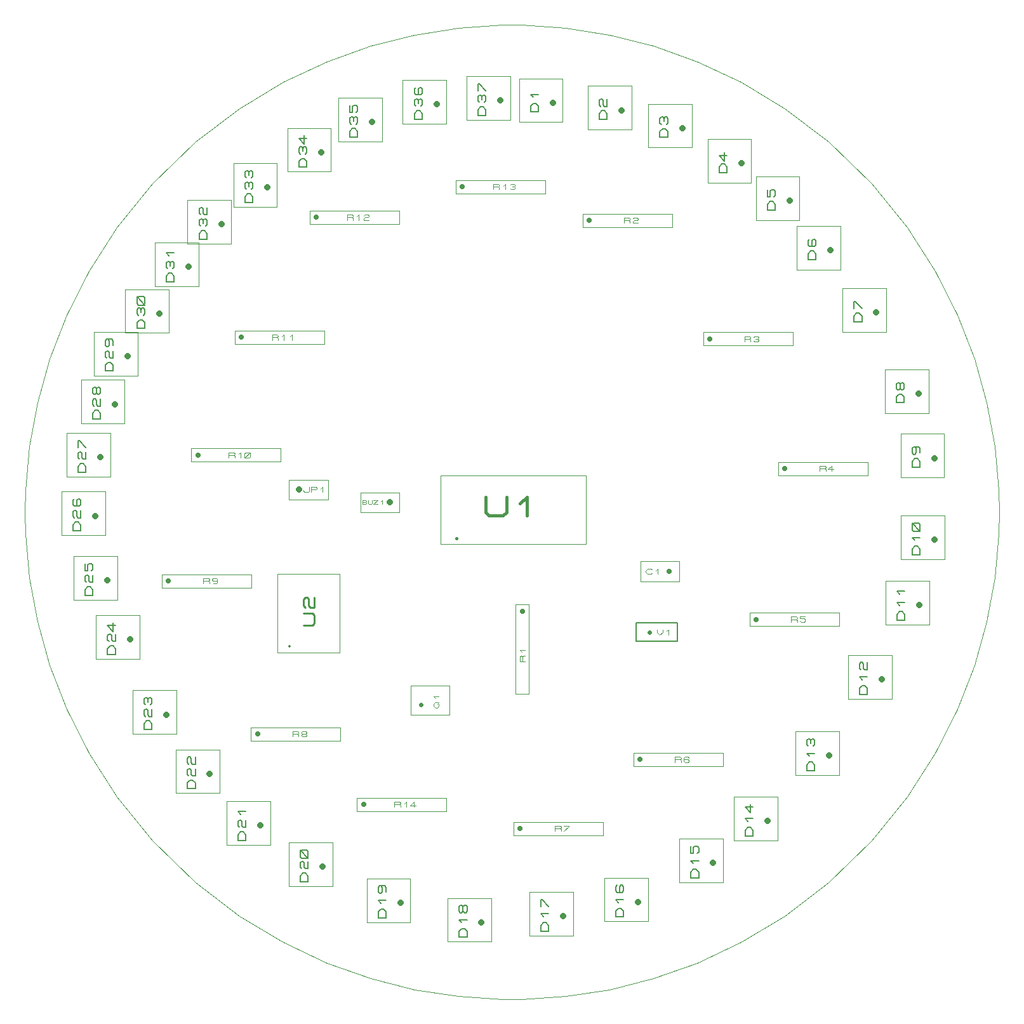
<source format=gbr>
G04 PROTEUS GERBER X2 FILE*
%TF.GenerationSoftware,Labcenter,Proteus,8.17-SP2-Build37159*%
%TF.CreationDate,2024-06-19T13:44:36+00:00*%
%TF.FileFunction,AssemblyDrawing,Top*%
%TF.FilePolarity,Positive*%
%TF.Part,Single*%
%TF.SameCoordinates,{1d89ed81-d2fc-43df-ac84-501309ecc539}*%
%FSLAX45Y45*%
%MOMM*%
G01*
%TA.AperFunction,Profile*%
%ADD71C,0.101600*%
%TA.AperFunction,Material*%
%ADD22C,0.101600*%
%ADD33C,0.423870*%
%ADD34C,0.409460*%
%ADD35C,0.050000*%
%ADD36C,0.339400*%
%ADD37C,0.237340*%
%ADD38C,0.812800*%
%ADD39C,0.083820*%
%ADD40C,0.111760*%
%ADD41C,0.171190*%
%ADD21C,0.152400*%
%ADD42C,0.558800*%
%ADD43C,0.114270*%
%ADD44C,0.609600*%
%ADD45C,0.114800*%
%ADD46C,0.711200*%
%ADD47C,0.113450*%
%ADD48C,0.117340*%
%TD.AperFunction*%
D71*
X+6517204Y-40000D02*
X+6510628Y+252247D01*
X+6457778Y+836742D01*
X+6350754Y+1421237D01*
X+6186737Y+2005732D01*
X+5961007Y+2590227D01*
X+5666169Y+3174722D01*
X+5290637Y+3759217D01*
X+4815490Y+4343712D01*
X+4240227Y+4899974D01*
X+3655732Y+5344711D01*
X+3071237Y+5696167D01*
X+2486742Y+5970727D01*
X+1902247Y+6178586D01*
X+1317752Y+6326278D01*
X+733257Y+6417935D01*
X+148762Y+6455928D01*
X+20000Y+6457204D01*
X-6477204Y-40000D02*
X-6470628Y+252247D01*
X-6417778Y+836742D01*
X-6310754Y+1421237D01*
X-6146737Y+2005732D01*
X-5921007Y+2590227D01*
X-5626169Y+3174722D01*
X-5250637Y+3759217D01*
X-4775490Y+4343712D01*
X-4200227Y+4899974D01*
X-3615732Y+5344711D01*
X-3031237Y+5696167D01*
X-2446742Y+5970727D01*
X-1862247Y+6178586D01*
X-1277752Y+6326278D01*
X-693257Y+6417935D01*
X-108762Y+6455928D01*
X+20000Y+6457204D01*
X-6477204Y-40000D02*
X-6470628Y-332247D01*
X-6417778Y-916742D01*
X-6310754Y-1501237D01*
X-6146737Y-2085732D01*
X-5921007Y-2670227D01*
X-5626169Y-3254722D01*
X-5250637Y-3839217D01*
X-4775490Y-4423712D01*
X-4200227Y-4979974D01*
X-3615732Y-5424711D01*
X-3031237Y-5776167D01*
X-2446742Y-6050727D01*
X-1862247Y-6258586D01*
X-1277752Y-6406278D01*
X-693257Y-6497935D01*
X-108762Y-6535928D01*
X+20000Y-6537204D01*
X+6517204Y-40000D02*
X+6510628Y-332247D01*
X+6457778Y-916742D01*
X+6350754Y-1501237D01*
X+6186737Y-2085732D01*
X+5961007Y-2670227D01*
X+5666169Y-3254722D01*
X+5290637Y-3839217D01*
X+4815490Y-4423712D01*
X+4240227Y-4979974D01*
X+3655732Y-5424711D01*
X+3071237Y-5776167D01*
X+2486742Y-6050727D01*
X+1902247Y-6258586D01*
X+1317752Y-6406278D01*
X+733257Y-6497935D01*
X+148762Y-6535928D01*
X+20000Y-6537204D01*
D22*
X-934820Y-466930D02*
X+1010820Y-466930D01*
X+1010820Y+444930D01*
X-934820Y+444930D01*
X-934820Y-466930D01*
D33*
X-724000Y-392000D02*
X-724000Y-392000D01*
D34*
X-330515Y+159900D02*
X-330515Y-44831D01*
X-284451Y-85777D01*
X-100194Y-85777D01*
X-54129Y-44831D01*
X-54129Y+159900D01*
X+130128Y+78008D02*
X+222257Y+159900D01*
X+222257Y-85777D01*
D35*
X-3105000Y-1915000D02*
X-3105000Y-865000D01*
X-2275000Y-865000D01*
X-2275000Y-1915000D01*
X-3105000Y-1915000D01*
D36*
X-2944000Y-1830000D02*
X-2944000Y-1830000D01*
D37*
X-2761203Y-1551374D02*
X-2642531Y-1551374D01*
X-2618796Y-1524673D01*
X-2618796Y-1417869D01*
X-2642531Y-1391168D01*
X-2761203Y-1391168D01*
X-2737468Y-1311064D02*
X-2761203Y-1284363D01*
X-2761203Y-1204260D01*
X-2737468Y-1177559D01*
X-2713734Y-1177559D01*
X-2690000Y-1204260D01*
X-2690000Y-1284363D01*
X-2666265Y-1311064D01*
X-2618796Y-1311064D01*
X-2618796Y-1177559D01*
D22*
X-1998080Y-42080D02*
X-1479920Y-42080D01*
X-1479920Y+222080D01*
X-1998080Y+222080D01*
X-1998080Y-42080D01*
D38*
X-1612000Y+90000D02*
X-1612000Y+90000D01*
D39*
X-1976236Y+64854D02*
X-1976236Y+115146D01*
X-1929088Y+115146D01*
X-1919658Y+106764D01*
X-1919658Y+98382D01*
X-1929088Y+90000D01*
X-1919658Y+81618D01*
X-1919658Y+73236D01*
X-1929088Y+64854D01*
X-1976236Y+64854D01*
X-1976236Y+90000D02*
X-1929088Y+90000D01*
X-1900798Y+115146D02*
X-1900798Y+73236D01*
X-1891369Y+64854D01*
X-1853650Y+64854D01*
X-1844220Y+73236D01*
X-1844220Y+115146D01*
X-1825360Y+115146D02*
X-1768782Y+115146D01*
X-1825360Y+64854D01*
X-1768782Y+64854D01*
X-1731063Y+98382D02*
X-1712203Y+115146D01*
X-1712203Y+64854D01*
D22*
X-2952080Y+127920D02*
X-2433920Y+127920D01*
X-2433920Y+392080D01*
X-2952080Y+392080D01*
X-2952080Y+127920D01*
D38*
X-2820000Y+260000D02*
X-2820000Y+260000D01*
D40*
X-2757516Y+248824D02*
X-2757516Y+237648D01*
X-2744943Y+226472D01*
X-2694651Y+226472D01*
X-2682078Y+237648D01*
X-2682078Y+293528D01*
X-2656932Y+226472D02*
X-2656932Y+293528D01*
X-2594067Y+293528D01*
X-2581494Y+282352D01*
X-2581494Y+271176D01*
X-2594067Y+260000D01*
X-2656932Y+260000D01*
X-2531202Y+271176D02*
X-2506056Y+293528D01*
X-2506056Y+226472D01*
D22*
X+114420Y+5160920D02*
X+696080Y+5160920D01*
X+696080Y+5742580D01*
X+114420Y+5742580D01*
X+114420Y+5160920D01*
D38*
X+564000Y+5420000D02*
X+564000Y+5420000D01*
D41*
X+370249Y+5297674D02*
X+267532Y+5297674D01*
X+267532Y+5374712D01*
X+301771Y+5413231D01*
X+336010Y+5413231D01*
X+370249Y+5374712D01*
X+370249Y+5297674D01*
X+301771Y+5490269D02*
X+267532Y+5528788D01*
X+370249Y+5528788D01*
D22*
X+1034420Y+5060920D02*
X+1616080Y+5060920D01*
X+1616080Y+5642580D01*
X+1034420Y+5642580D01*
X+1034420Y+5060920D01*
D38*
X+1484000Y+5320000D02*
X+1484000Y+5320000D01*
D41*
X+1290249Y+5197674D02*
X+1187532Y+5197674D01*
X+1187532Y+5274712D01*
X+1221771Y+5313231D01*
X+1256010Y+5313231D01*
X+1290249Y+5274712D01*
X+1290249Y+5197674D01*
X+1204651Y+5371009D02*
X+1187532Y+5390269D01*
X+1187532Y+5448047D01*
X+1204651Y+5467307D01*
X+1221771Y+5467307D01*
X+1238890Y+5448047D01*
X+1238890Y+5390269D01*
X+1256010Y+5371009D01*
X+1290249Y+5371009D01*
X+1290249Y+5467307D01*
D22*
X+1840420Y+4820920D02*
X+2422080Y+4820920D01*
X+2422080Y+5402580D01*
X+1840420Y+5402580D01*
X+1840420Y+4820920D01*
D38*
X+2290000Y+5080000D02*
X+2290000Y+5080000D01*
D41*
X+2096249Y+4957674D02*
X+1993532Y+4957674D01*
X+1993532Y+5034712D01*
X+2027771Y+5073231D01*
X+2062010Y+5073231D01*
X+2096249Y+5034712D01*
X+2096249Y+4957674D01*
X+2010651Y+5131009D02*
X+1993532Y+5150269D01*
X+1993532Y+5208047D01*
X+2010651Y+5227307D01*
X+2027771Y+5227307D01*
X+2044890Y+5208047D01*
X+2062010Y+5227307D01*
X+2079130Y+5227307D01*
X+2096249Y+5208047D01*
X+2096249Y+5150269D01*
X+2079130Y+5131009D01*
X+2044890Y+5169528D02*
X+2044890Y+5208047D01*
D22*
X+2630420Y+4350920D02*
X+3212080Y+4350920D01*
X+3212080Y+4932580D01*
X+2630420Y+4932580D01*
X+2630420Y+4350920D01*
D38*
X+3080000Y+4610000D02*
X+3080000Y+4610000D01*
D41*
X+2886249Y+4487674D02*
X+2783532Y+4487674D01*
X+2783532Y+4564712D01*
X+2817771Y+4603231D01*
X+2852010Y+4603231D01*
X+2886249Y+4564712D01*
X+2886249Y+4487674D01*
X+2852010Y+4757307D02*
X+2852010Y+4641750D01*
X+2783532Y+4718788D01*
X+2886249Y+4718788D01*
D22*
X+3274420Y+3850920D02*
X+3856080Y+3850920D01*
X+3856080Y+4432580D01*
X+3274420Y+4432580D01*
X+3274420Y+3850920D01*
D38*
X+3724000Y+4110000D02*
X+3724000Y+4110000D01*
D41*
X+3530249Y+3987674D02*
X+3427532Y+3987674D01*
X+3427532Y+4064712D01*
X+3461771Y+4103231D01*
X+3496010Y+4103231D01*
X+3530249Y+4064712D01*
X+3530249Y+3987674D01*
X+3427532Y+4257307D02*
X+3427532Y+4161009D01*
X+3461771Y+4161009D01*
X+3461771Y+4238047D01*
X+3478890Y+4257307D01*
X+3513130Y+4257307D01*
X+3530249Y+4238047D01*
X+3530249Y+4180269D01*
X+3513130Y+4161009D01*
D22*
X+3820420Y+3190920D02*
X+4402080Y+3190920D01*
X+4402080Y+3772580D01*
X+3820420Y+3772580D01*
X+3820420Y+3190920D01*
D38*
X+4270000Y+3450000D02*
X+4270000Y+3450000D01*
D41*
X+4076249Y+3327674D02*
X+3973532Y+3327674D01*
X+3973532Y+3404712D01*
X+4007771Y+3443231D01*
X+4042010Y+3443231D01*
X+4076249Y+3404712D01*
X+4076249Y+3327674D01*
X+3990651Y+3597307D02*
X+3973532Y+3578047D01*
X+3973532Y+3520269D01*
X+3990651Y+3501009D01*
X+4059130Y+3501009D01*
X+4076249Y+3520269D01*
X+4076249Y+3578047D01*
X+4059130Y+3597307D01*
X+4042010Y+3597307D01*
X+4024890Y+3578047D01*
X+4024890Y+3501009D01*
D22*
X+4430420Y+2360920D02*
X+5012080Y+2360920D01*
X+5012080Y+2942580D01*
X+4430420Y+2942580D01*
X+4430420Y+2360920D01*
D38*
X+4880000Y+2620000D02*
X+4880000Y+2620000D01*
D41*
X+4686249Y+2497674D02*
X+4583532Y+2497674D01*
X+4583532Y+2574712D01*
X+4617771Y+2613231D01*
X+4652010Y+2613231D01*
X+4686249Y+2574712D01*
X+4686249Y+2497674D01*
X+4583532Y+2671009D02*
X+4583532Y+2767307D01*
X+4600651Y+2767307D01*
X+4686249Y+2671009D01*
D22*
X+4994420Y+1280920D02*
X+5576080Y+1280920D01*
X+5576080Y+1862580D01*
X+4994420Y+1862580D01*
X+4994420Y+1280920D01*
D38*
X+5444000Y+1540000D02*
X+5444000Y+1540000D01*
D41*
X+5250249Y+1417674D02*
X+5147532Y+1417674D01*
X+5147532Y+1494712D01*
X+5181771Y+1533231D01*
X+5216010Y+1533231D01*
X+5250249Y+1494712D01*
X+5250249Y+1417674D01*
X+5198890Y+1610269D02*
X+5181771Y+1591009D01*
X+5164651Y+1591009D01*
X+5147532Y+1610269D01*
X+5147532Y+1668047D01*
X+5164651Y+1687307D01*
X+5181771Y+1687307D01*
X+5198890Y+1668047D01*
X+5198890Y+1610269D01*
X+5216010Y+1591009D01*
X+5233130Y+1591009D01*
X+5250249Y+1610269D01*
X+5250249Y+1668047D01*
X+5233130Y+1687307D01*
X+5216010Y+1687307D01*
X+5198890Y+1668047D01*
D22*
X+5204420Y+420920D02*
X+5786080Y+420920D01*
X+5786080Y+1002580D01*
X+5204420Y+1002580D01*
X+5204420Y+420920D01*
D38*
X+5654000Y+680000D02*
X+5654000Y+680000D01*
D41*
X+5460249Y+557674D02*
X+5357532Y+557674D01*
X+5357532Y+634712D01*
X+5391771Y+673231D01*
X+5426010Y+673231D01*
X+5460249Y+634712D01*
X+5460249Y+557674D01*
X+5391771Y+827307D02*
X+5408890Y+808047D01*
X+5408890Y+750269D01*
X+5391771Y+731009D01*
X+5374651Y+731009D01*
X+5357532Y+750269D01*
X+5357532Y+808047D01*
X+5374651Y+827307D01*
X+5443130Y+827307D01*
X+5460249Y+808047D01*
X+5460249Y+750269D01*
D22*
X+5208420Y-669080D02*
X+5790080Y-669080D01*
X+5790080Y-87420D01*
X+5208420Y-87420D01*
X+5208420Y-669080D01*
D38*
X+5658000Y-410000D02*
X+5658000Y-410000D01*
D41*
X+5464249Y-609364D02*
X+5361532Y-609364D01*
X+5361532Y-532326D01*
X+5395771Y-493807D01*
X+5430010Y-493807D01*
X+5464249Y-532326D01*
X+5464249Y-609364D01*
X+5395771Y-416769D02*
X+5361532Y-378250D01*
X+5464249Y-378250D01*
X+5447130Y-301212D02*
X+5378651Y-301212D01*
X+5361532Y-281953D01*
X+5361532Y-204915D01*
X+5378651Y-185655D01*
X+5447130Y-185655D01*
X+5464249Y-204915D01*
X+5464249Y-281953D01*
X+5447130Y-301212D01*
X+5464249Y-301212D02*
X+5361532Y-185655D01*
D22*
X+5004420Y-1539080D02*
X+5586080Y-1539080D01*
X+5586080Y-957420D01*
X+5004420Y-957420D01*
X+5004420Y-1539080D01*
D38*
X+5454000Y-1280000D02*
X+5454000Y-1280000D01*
D41*
X+5260249Y-1479364D02*
X+5157532Y-1479364D01*
X+5157532Y-1402326D01*
X+5191771Y-1363807D01*
X+5226010Y-1363807D01*
X+5260249Y-1402326D01*
X+5260249Y-1479364D01*
X+5191771Y-1286769D02*
X+5157532Y-1248250D01*
X+5260249Y-1248250D01*
X+5191771Y-1132693D02*
X+5157532Y-1094174D01*
X+5260249Y-1094174D01*
D22*
X+4504420Y-2529080D02*
X+5086080Y-2529080D01*
X+5086080Y-1947420D01*
X+4504420Y-1947420D01*
X+4504420Y-2529080D01*
D38*
X+4954000Y-2270000D02*
X+4954000Y-2270000D01*
D41*
X+4760249Y-2469364D02*
X+4657532Y-2469364D01*
X+4657532Y-2392326D01*
X+4691771Y-2353807D01*
X+4726010Y-2353807D01*
X+4760249Y-2392326D01*
X+4760249Y-2469364D01*
X+4691771Y-2276769D02*
X+4657532Y-2238250D01*
X+4760249Y-2238250D01*
X+4674651Y-2141953D02*
X+4657532Y-2122693D01*
X+4657532Y-2064915D01*
X+4674651Y-2045655D01*
X+4691771Y-2045655D01*
X+4708890Y-2064915D01*
X+4708890Y-2122693D01*
X+4726010Y-2141953D01*
X+4760249Y-2141953D01*
X+4760249Y-2045655D01*
D22*
X+3800420Y-3549080D02*
X+4382080Y-3549080D01*
X+4382080Y-2967420D01*
X+3800420Y-2967420D01*
X+3800420Y-3549080D01*
D38*
X+4250000Y-3290000D02*
X+4250000Y-3290000D01*
D41*
X+4056249Y-3489364D02*
X+3953532Y-3489364D01*
X+3953532Y-3412326D01*
X+3987771Y-3373807D01*
X+4022010Y-3373807D01*
X+4056249Y-3412326D01*
X+4056249Y-3489364D01*
X+3987771Y-3296769D02*
X+3953532Y-3258250D01*
X+4056249Y-3258250D01*
X+3970651Y-3161953D02*
X+3953532Y-3142693D01*
X+3953532Y-3084915D01*
X+3970651Y-3065655D01*
X+3987771Y-3065655D01*
X+4004890Y-3084915D01*
X+4022010Y-3065655D01*
X+4039130Y-3065655D01*
X+4056249Y-3084915D01*
X+4056249Y-3142693D01*
X+4039130Y-3161953D01*
X+4004890Y-3123434D02*
X+4004890Y-3084915D01*
D22*
X+2980420Y-4419080D02*
X+3562080Y-4419080D01*
X+3562080Y-3837420D01*
X+2980420Y-3837420D01*
X+2980420Y-4419080D01*
D38*
X+3430000Y-4160000D02*
X+3430000Y-4160000D01*
D41*
X+3236249Y-4359364D02*
X+3133532Y-4359364D01*
X+3133532Y-4282326D01*
X+3167771Y-4243807D01*
X+3202010Y-4243807D01*
X+3236249Y-4282326D01*
X+3236249Y-4359364D01*
X+3167771Y-4166769D02*
X+3133532Y-4128250D01*
X+3236249Y-4128250D01*
X+3202010Y-3935655D02*
X+3202010Y-4051212D01*
X+3133532Y-3974174D01*
X+3236249Y-3974174D01*
D22*
X+2254420Y-4979080D02*
X+2836080Y-4979080D01*
X+2836080Y-4397420D01*
X+2254420Y-4397420D01*
X+2254420Y-4979080D01*
D38*
X+2704000Y-4720000D02*
X+2704000Y-4720000D01*
D41*
X+2510249Y-4919364D02*
X+2407532Y-4919364D01*
X+2407532Y-4842326D01*
X+2441771Y-4803807D01*
X+2476010Y-4803807D01*
X+2510249Y-4842326D01*
X+2510249Y-4919364D01*
X+2441771Y-4726769D02*
X+2407532Y-4688250D01*
X+2510249Y-4688250D01*
X+2407532Y-4495655D02*
X+2407532Y-4591953D01*
X+2441771Y-4591953D01*
X+2441771Y-4514915D01*
X+2458890Y-4495655D01*
X+2493130Y-4495655D01*
X+2510249Y-4514915D01*
X+2510249Y-4572693D01*
X+2493130Y-4591953D01*
D22*
X+1254420Y-5499080D02*
X+1836080Y-5499080D01*
X+1836080Y-4917420D01*
X+1254420Y-4917420D01*
X+1254420Y-5499080D01*
D38*
X+1704000Y-5240000D02*
X+1704000Y-5240000D01*
D41*
X+1510249Y-5439364D02*
X+1407532Y-5439364D01*
X+1407532Y-5362326D01*
X+1441771Y-5323807D01*
X+1476010Y-5323807D01*
X+1510249Y-5362326D01*
X+1510249Y-5439364D01*
X+1441771Y-5246769D02*
X+1407532Y-5208250D01*
X+1510249Y-5208250D01*
X+1424651Y-5015655D02*
X+1407532Y-5034915D01*
X+1407532Y-5092693D01*
X+1424651Y-5111953D01*
X+1493130Y-5111953D01*
X+1510249Y-5092693D01*
X+1510249Y-5034915D01*
X+1493130Y-5015655D01*
X+1476010Y-5015655D01*
X+1458890Y-5034915D01*
X+1458890Y-5111953D01*
D22*
X+254420Y-5689080D02*
X+836080Y-5689080D01*
X+836080Y-5107420D01*
X+254420Y-5107420D01*
X+254420Y-5689080D01*
D38*
X+704000Y-5430000D02*
X+704000Y-5430000D01*
D41*
X+510249Y-5629364D02*
X+407532Y-5629364D01*
X+407532Y-5552326D01*
X+441771Y-5513807D01*
X+476010Y-5513807D01*
X+510249Y-5552326D01*
X+510249Y-5629364D01*
X+441771Y-5436769D02*
X+407532Y-5398250D01*
X+510249Y-5398250D01*
X+407532Y-5301953D02*
X+407532Y-5205655D01*
X+424651Y-5205655D01*
X+510249Y-5301953D01*
D22*
X-835580Y-5769080D02*
X-253920Y-5769080D01*
X-253920Y-5187420D01*
X-835580Y-5187420D01*
X-835580Y-5769080D01*
D38*
X-386000Y-5510000D02*
X-386000Y-5510000D01*
D41*
X-579751Y-5709364D02*
X-682468Y-5709364D01*
X-682468Y-5632326D01*
X-648229Y-5593807D01*
X-613990Y-5593807D01*
X-579751Y-5632326D01*
X-579751Y-5709364D01*
X-648229Y-5516769D02*
X-682468Y-5478250D01*
X-579751Y-5478250D01*
X-631110Y-5362693D02*
X-648229Y-5381953D01*
X-665349Y-5381953D01*
X-682468Y-5362693D01*
X-682468Y-5304915D01*
X-665349Y-5285655D01*
X-648229Y-5285655D01*
X-631110Y-5304915D01*
X-631110Y-5362693D01*
X-613990Y-5381953D01*
X-596870Y-5381953D01*
X-579751Y-5362693D01*
X-579751Y-5304915D01*
X-596870Y-5285655D01*
X-613990Y-5285655D01*
X-631110Y-5304915D01*
D22*
X-1915580Y-5509080D02*
X-1333920Y-5509080D01*
X-1333920Y-4927420D01*
X-1915580Y-4927420D01*
X-1915580Y-5509080D01*
D38*
X-1466000Y-5250000D02*
X-1466000Y-5250000D01*
D41*
X-1659751Y-5449364D02*
X-1762468Y-5449364D01*
X-1762468Y-5372326D01*
X-1728229Y-5333807D01*
X-1693990Y-5333807D01*
X-1659751Y-5372326D01*
X-1659751Y-5449364D01*
X-1728229Y-5256769D02*
X-1762468Y-5218250D01*
X-1659751Y-5218250D01*
X-1728229Y-5025655D02*
X-1711110Y-5044915D01*
X-1711110Y-5102693D01*
X-1728229Y-5121953D01*
X-1745349Y-5121953D01*
X-1762468Y-5102693D01*
X-1762468Y-5044915D01*
X-1745349Y-5025655D01*
X-1676870Y-5025655D01*
X-1659751Y-5044915D01*
X-1659751Y-5102693D01*
D22*
X-2955580Y-5029080D02*
X-2373920Y-5029080D01*
X-2373920Y-4447420D01*
X-2955580Y-4447420D01*
X-2955580Y-5029080D01*
D38*
X-2506000Y-4770000D02*
X-2506000Y-4770000D01*
D41*
X-2699751Y-4969364D02*
X-2802468Y-4969364D01*
X-2802468Y-4892326D01*
X-2768229Y-4853807D01*
X-2733990Y-4853807D01*
X-2699751Y-4892326D01*
X-2699751Y-4969364D01*
X-2785349Y-4796029D02*
X-2802468Y-4776769D01*
X-2802468Y-4718991D01*
X-2785349Y-4699731D01*
X-2768229Y-4699731D01*
X-2751110Y-4718991D01*
X-2751110Y-4776769D01*
X-2733990Y-4796029D01*
X-2699751Y-4796029D01*
X-2699751Y-4699731D01*
X-2716870Y-4661212D02*
X-2785349Y-4661212D01*
X-2802468Y-4641953D01*
X-2802468Y-4564915D01*
X-2785349Y-4545655D01*
X-2716870Y-4545655D01*
X-2699751Y-4564915D01*
X-2699751Y-4641953D01*
X-2716870Y-4661212D01*
X-2699751Y-4661212D02*
X-2802468Y-4545655D01*
D22*
X-3785580Y-4479080D02*
X-3203920Y-4479080D01*
X-3203920Y-3897420D01*
X-3785580Y-3897420D01*
X-3785580Y-4479080D01*
D38*
X-3336000Y-4220000D02*
X-3336000Y-4220000D01*
D41*
X-3529751Y-4419364D02*
X-3632468Y-4419364D01*
X-3632468Y-4342326D01*
X-3598229Y-4303807D01*
X-3563990Y-4303807D01*
X-3529751Y-4342326D01*
X-3529751Y-4419364D01*
X-3615349Y-4246029D02*
X-3632468Y-4226769D01*
X-3632468Y-4168991D01*
X-3615349Y-4149731D01*
X-3598229Y-4149731D01*
X-3581110Y-4168991D01*
X-3581110Y-4226769D01*
X-3563990Y-4246029D01*
X-3529751Y-4246029D01*
X-3529751Y-4149731D01*
X-3598229Y-4072693D02*
X-3632468Y-4034174D01*
X-3529751Y-4034174D01*
D22*
X-4459580Y-3789080D02*
X-3877920Y-3789080D01*
X-3877920Y-3207420D01*
X-4459580Y-3207420D01*
X-4459580Y-3789080D01*
D38*
X-4010000Y-3530000D02*
X-4010000Y-3530000D01*
D41*
X-4203751Y-3729364D02*
X-4306468Y-3729364D01*
X-4306468Y-3652326D01*
X-4272229Y-3613807D01*
X-4237990Y-3613807D01*
X-4203751Y-3652326D01*
X-4203751Y-3729364D01*
X-4289349Y-3556029D02*
X-4306468Y-3536769D01*
X-4306468Y-3478991D01*
X-4289349Y-3459731D01*
X-4272229Y-3459731D01*
X-4255110Y-3478991D01*
X-4255110Y-3536769D01*
X-4237990Y-3556029D01*
X-4203751Y-3556029D01*
X-4203751Y-3459731D01*
X-4289349Y-3401953D02*
X-4306468Y-3382693D01*
X-4306468Y-3324915D01*
X-4289349Y-3305655D01*
X-4272229Y-3305655D01*
X-4255110Y-3324915D01*
X-4255110Y-3382693D01*
X-4237990Y-3401953D01*
X-4203751Y-3401953D01*
X-4203751Y-3305655D01*
D22*
X-5035580Y-2999080D02*
X-4453920Y-2999080D01*
X-4453920Y-2417420D01*
X-5035580Y-2417420D01*
X-5035580Y-2999080D01*
D38*
X-4586000Y-2740000D02*
X-4586000Y-2740000D01*
D41*
X-4779751Y-2939364D02*
X-4882468Y-2939364D01*
X-4882468Y-2862326D01*
X-4848229Y-2823807D01*
X-4813990Y-2823807D01*
X-4779751Y-2862326D01*
X-4779751Y-2939364D01*
X-4865349Y-2766029D02*
X-4882468Y-2746769D01*
X-4882468Y-2688991D01*
X-4865349Y-2669731D01*
X-4848229Y-2669731D01*
X-4831110Y-2688991D01*
X-4831110Y-2746769D01*
X-4813990Y-2766029D01*
X-4779751Y-2766029D01*
X-4779751Y-2669731D01*
X-4865349Y-2611953D02*
X-4882468Y-2592693D01*
X-4882468Y-2534915D01*
X-4865349Y-2515655D01*
X-4848229Y-2515655D01*
X-4831110Y-2534915D01*
X-4813990Y-2515655D01*
X-4796870Y-2515655D01*
X-4779751Y-2534915D01*
X-4779751Y-2592693D01*
X-4796870Y-2611953D01*
X-4831110Y-2573434D02*
X-4831110Y-2534915D01*
D22*
X-5525580Y-1999080D02*
X-4943920Y-1999080D01*
X-4943920Y-1417420D01*
X-5525580Y-1417420D01*
X-5525580Y-1999080D01*
D38*
X-5076000Y-1740000D02*
X-5076000Y-1740000D01*
D41*
X-5269751Y-1939364D02*
X-5372468Y-1939364D01*
X-5372468Y-1862326D01*
X-5338229Y-1823807D01*
X-5303990Y-1823807D01*
X-5269751Y-1862326D01*
X-5269751Y-1939364D01*
X-5355349Y-1766029D02*
X-5372468Y-1746769D01*
X-5372468Y-1688991D01*
X-5355349Y-1669731D01*
X-5338229Y-1669731D01*
X-5321110Y-1688991D01*
X-5321110Y-1746769D01*
X-5303990Y-1766029D01*
X-5269751Y-1766029D01*
X-5269751Y-1669731D01*
X-5303990Y-1515655D02*
X-5303990Y-1631212D01*
X-5372468Y-1554174D01*
X-5269751Y-1554174D01*
D22*
X-5825580Y-1209080D02*
X-5243920Y-1209080D01*
X-5243920Y-627420D01*
X-5825580Y-627420D01*
X-5825580Y-1209080D01*
D38*
X-5376000Y-950000D02*
X-5376000Y-950000D01*
D41*
X-5569751Y-1149364D02*
X-5672468Y-1149364D01*
X-5672468Y-1072326D01*
X-5638229Y-1033807D01*
X-5603990Y-1033807D01*
X-5569751Y-1072326D01*
X-5569751Y-1149364D01*
X-5655349Y-976029D02*
X-5672468Y-956769D01*
X-5672468Y-898991D01*
X-5655349Y-879731D01*
X-5638229Y-879731D01*
X-5621110Y-898991D01*
X-5621110Y-956769D01*
X-5603990Y-976029D01*
X-5569751Y-976029D01*
X-5569751Y-879731D01*
X-5672468Y-725655D02*
X-5672468Y-821953D01*
X-5638229Y-821953D01*
X-5638229Y-744915D01*
X-5621110Y-725655D01*
X-5586870Y-725655D01*
X-5569751Y-744915D01*
X-5569751Y-802693D01*
X-5586870Y-821953D01*
D22*
X-5985580Y-349080D02*
X-5403920Y-349080D01*
X-5403920Y+232580D01*
X-5985580Y+232580D01*
X-5985580Y-349080D01*
D38*
X-5536000Y-90000D02*
X-5536000Y-90000D01*
D41*
X-5729751Y-289364D02*
X-5832468Y-289364D01*
X-5832468Y-212326D01*
X-5798229Y-173807D01*
X-5763990Y-173807D01*
X-5729751Y-212326D01*
X-5729751Y-289364D01*
X-5815349Y-116029D02*
X-5832468Y-96769D01*
X-5832468Y-38991D01*
X-5815349Y-19731D01*
X-5798229Y-19731D01*
X-5781110Y-38991D01*
X-5781110Y-96769D01*
X-5763990Y-116029D01*
X-5729751Y-116029D01*
X-5729751Y-19731D01*
X-5815349Y+134345D02*
X-5832468Y+115085D01*
X-5832468Y+57307D01*
X-5815349Y+38047D01*
X-5746870Y+38047D01*
X-5729751Y+57307D01*
X-5729751Y+115085D01*
X-5746870Y+134345D01*
X-5763990Y+134345D01*
X-5781110Y+115085D01*
X-5781110Y+38047D01*
D22*
X-5919580Y+430920D02*
X-5337920Y+430920D01*
X-5337920Y+1012580D01*
X-5919580Y+1012580D01*
X-5919580Y+430920D01*
D38*
X-5470000Y+690000D02*
X-5470000Y+690000D01*
D41*
X-5663751Y+490636D02*
X-5766468Y+490636D01*
X-5766468Y+567674D01*
X-5732229Y+606193D01*
X-5697990Y+606193D01*
X-5663751Y+567674D01*
X-5663751Y+490636D01*
X-5749349Y+663971D02*
X-5766468Y+683231D01*
X-5766468Y+741009D01*
X-5749349Y+760269D01*
X-5732229Y+760269D01*
X-5715110Y+741009D01*
X-5715110Y+683231D01*
X-5697990Y+663971D01*
X-5663751Y+663971D01*
X-5663751Y+760269D01*
X-5766468Y+818047D02*
X-5766468Y+914345D01*
X-5749349Y+914345D01*
X-5663751Y+818047D01*
D22*
X-5725580Y+1140920D02*
X-5143920Y+1140920D01*
X-5143920Y+1722580D01*
X-5725580Y+1722580D01*
X-5725580Y+1140920D01*
D38*
X-5276000Y+1400000D02*
X-5276000Y+1400000D01*
D41*
X-5469751Y+1200636D02*
X-5572468Y+1200636D01*
X-5572468Y+1277674D01*
X-5538229Y+1316193D01*
X-5503990Y+1316193D01*
X-5469751Y+1277674D01*
X-5469751Y+1200636D01*
X-5555349Y+1373971D02*
X-5572468Y+1393231D01*
X-5572468Y+1451009D01*
X-5555349Y+1470269D01*
X-5538229Y+1470269D01*
X-5521110Y+1451009D01*
X-5521110Y+1393231D01*
X-5503990Y+1373971D01*
X-5469751Y+1373971D01*
X-5469751Y+1470269D01*
X-5521110Y+1547307D02*
X-5538229Y+1528047D01*
X-5555349Y+1528047D01*
X-5572468Y+1547307D01*
X-5572468Y+1605085D01*
X-5555349Y+1624345D01*
X-5538229Y+1624345D01*
X-5521110Y+1605085D01*
X-5521110Y+1547307D01*
X-5503990Y+1528047D01*
X-5486870Y+1528047D01*
X-5469751Y+1547307D01*
X-5469751Y+1605085D01*
X-5486870Y+1624345D01*
X-5503990Y+1624345D01*
X-5521110Y+1605085D01*
D22*
X-5555580Y+1780920D02*
X-4973920Y+1780920D01*
X-4973920Y+2362580D01*
X-5555580Y+2362580D01*
X-5555580Y+1780920D01*
D38*
X-5106000Y+2040000D02*
X-5106000Y+2040000D01*
D41*
X-5299751Y+1840636D02*
X-5402468Y+1840636D01*
X-5402468Y+1917674D01*
X-5368229Y+1956193D01*
X-5333990Y+1956193D01*
X-5299751Y+1917674D01*
X-5299751Y+1840636D01*
X-5385349Y+2013971D02*
X-5402468Y+2033231D01*
X-5402468Y+2091009D01*
X-5385349Y+2110269D01*
X-5368229Y+2110269D01*
X-5351110Y+2091009D01*
X-5351110Y+2033231D01*
X-5333990Y+2013971D01*
X-5299751Y+2013971D01*
X-5299751Y+2110269D01*
X-5368229Y+2264345D02*
X-5351110Y+2245085D01*
X-5351110Y+2187307D01*
X-5368229Y+2168047D01*
X-5385349Y+2168047D01*
X-5402468Y+2187307D01*
X-5402468Y+2245085D01*
X-5385349Y+2264345D01*
X-5316870Y+2264345D01*
X-5299751Y+2245085D01*
X-5299751Y+2187307D01*
D22*
X-5135580Y+2350920D02*
X-4553920Y+2350920D01*
X-4553920Y+2932580D01*
X-5135580Y+2932580D01*
X-5135580Y+2350920D01*
D38*
X-4686000Y+2610000D02*
X-4686000Y+2610000D01*
D41*
X-4879751Y+2410636D02*
X-4982468Y+2410636D01*
X-4982468Y+2487674D01*
X-4948229Y+2526193D01*
X-4913990Y+2526193D01*
X-4879751Y+2487674D01*
X-4879751Y+2410636D01*
X-4965349Y+2583971D02*
X-4982468Y+2603231D01*
X-4982468Y+2661009D01*
X-4965349Y+2680269D01*
X-4948229Y+2680269D01*
X-4931110Y+2661009D01*
X-4913990Y+2680269D01*
X-4896870Y+2680269D01*
X-4879751Y+2661009D01*
X-4879751Y+2603231D01*
X-4896870Y+2583971D01*
X-4931110Y+2622490D02*
X-4931110Y+2661009D01*
X-4896870Y+2718788D02*
X-4965349Y+2718788D01*
X-4982468Y+2738047D01*
X-4982468Y+2815085D01*
X-4965349Y+2834345D01*
X-4896870Y+2834345D01*
X-4879751Y+2815085D01*
X-4879751Y+2738047D01*
X-4896870Y+2718788D01*
X-4879751Y+2718788D02*
X-4982468Y+2834345D01*
D22*
X-4739580Y+2970920D02*
X-4157920Y+2970920D01*
X-4157920Y+3552580D01*
X-4739580Y+3552580D01*
X-4739580Y+2970920D01*
D38*
X-4290000Y+3230000D02*
X-4290000Y+3230000D01*
D41*
X-4483751Y+3030636D02*
X-4586468Y+3030636D01*
X-4586468Y+3107674D01*
X-4552229Y+3146193D01*
X-4517990Y+3146193D01*
X-4483751Y+3107674D01*
X-4483751Y+3030636D01*
X-4569349Y+3203971D02*
X-4586468Y+3223231D01*
X-4586468Y+3281009D01*
X-4569349Y+3300269D01*
X-4552229Y+3300269D01*
X-4535110Y+3281009D01*
X-4517990Y+3300269D01*
X-4500870Y+3300269D01*
X-4483751Y+3281009D01*
X-4483751Y+3223231D01*
X-4500870Y+3203971D01*
X-4535110Y+3242490D02*
X-4535110Y+3281009D01*
X-4552229Y+3377307D02*
X-4586468Y+3415826D01*
X-4483751Y+3415826D01*
D22*
X-4305580Y+3540920D02*
X-3723920Y+3540920D01*
X-3723920Y+4122580D01*
X-4305580Y+4122580D01*
X-4305580Y+3540920D01*
D38*
X-3856000Y+3800000D02*
X-3856000Y+3800000D01*
D41*
X-4049751Y+3600636D02*
X-4152468Y+3600636D01*
X-4152468Y+3677674D01*
X-4118229Y+3716193D01*
X-4083990Y+3716193D01*
X-4049751Y+3677674D01*
X-4049751Y+3600636D01*
X-4135349Y+3773971D02*
X-4152468Y+3793231D01*
X-4152468Y+3851009D01*
X-4135349Y+3870269D01*
X-4118229Y+3870269D01*
X-4101110Y+3851009D01*
X-4083990Y+3870269D01*
X-4066870Y+3870269D01*
X-4049751Y+3851009D01*
X-4049751Y+3793231D01*
X-4066870Y+3773971D01*
X-4101110Y+3812490D02*
X-4101110Y+3851009D01*
X-4135349Y+3928047D02*
X-4152468Y+3947307D01*
X-4152468Y+4005085D01*
X-4135349Y+4024345D01*
X-4118229Y+4024345D01*
X-4101110Y+4005085D01*
X-4101110Y+3947307D01*
X-4083990Y+3928047D01*
X-4049751Y+3928047D01*
X-4049751Y+4024345D01*
D22*
X-3695580Y+4030920D02*
X-3113920Y+4030920D01*
X-3113920Y+4612580D01*
X-3695580Y+4612580D01*
X-3695580Y+4030920D01*
D38*
X-3246000Y+4290000D02*
X-3246000Y+4290000D01*
D41*
X-3439751Y+4090636D02*
X-3542468Y+4090636D01*
X-3542468Y+4167674D01*
X-3508229Y+4206193D01*
X-3473990Y+4206193D01*
X-3439751Y+4167674D01*
X-3439751Y+4090636D01*
X-3525349Y+4263971D02*
X-3542468Y+4283231D01*
X-3542468Y+4341009D01*
X-3525349Y+4360269D01*
X-3508229Y+4360269D01*
X-3491110Y+4341009D01*
X-3473990Y+4360269D01*
X-3456870Y+4360269D01*
X-3439751Y+4341009D01*
X-3439751Y+4283231D01*
X-3456870Y+4263971D01*
X-3491110Y+4302490D02*
X-3491110Y+4341009D01*
X-3525349Y+4418047D02*
X-3542468Y+4437307D01*
X-3542468Y+4495085D01*
X-3525349Y+4514345D01*
X-3508229Y+4514345D01*
X-3491110Y+4495085D01*
X-3473990Y+4514345D01*
X-3456870Y+4514345D01*
X-3439751Y+4495085D01*
X-3439751Y+4437307D01*
X-3456870Y+4418047D01*
X-3491110Y+4456566D02*
X-3491110Y+4495085D01*
D22*
X-2975580Y+4500920D02*
X-2393920Y+4500920D01*
X-2393920Y+5082580D01*
X-2975580Y+5082580D01*
X-2975580Y+4500920D01*
D38*
X-2526000Y+4760000D02*
X-2526000Y+4760000D01*
D41*
X-2719751Y+4560636D02*
X-2822468Y+4560636D01*
X-2822468Y+4637674D01*
X-2788229Y+4676193D01*
X-2753990Y+4676193D01*
X-2719751Y+4637674D01*
X-2719751Y+4560636D01*
X-2805349Y+4733971D02*
X-2822468Y+4753231D01*
X-2822468Y+4811009D01*
X-2805349Y+4830269D01*
X-2788229Y+4830269D01*
X-2771110Y+4811009D01*
X-2753990Y+4830269D01*
X-2736870Y+4830269D01*
X-2719751Y+4811009D01*
X-2719751Y+4753231D01*
X-2736870Y+4733971D01*
X-2771110Y+4772490D02*
X-2771110Y+4811009D01*
X-2753990Y+4984345D02*
X-2753990Y+4868788D01*
X-2822468Y+4945826D01*
X-2719751Y+4945826D01*
D22*
X-2295580Y+4900920D02*
X-1713920Y+4900920D01*
X-1713920Y+5482580D01*
X-2295580Y+5482580D01*
X-2295580Y+4900920D01*
D38*
X-1846000Y+5160000D02*
X-1846000Y+5160000D01*
D41*
X-2039751Y+4960636D02*
X-2142468Y+4960636D01*
X-2142468Y+5037674D01*
X-2108229Y+5076193D01*
X-2073990Y+5076193D01*
X-2039751Y+5037674D01*
X-2039751Y+4960636D01*
X-2125349Y+5133971D02*
X-2142468Y+5153231D01*
X-2142468Y+5211009D01*
X-2125349Y+5230269D01*
X-2108229Y+5230269D01*
X-2091110Y+5211009D01*
X-2073990Y+5230269D01*
X-2056870Y+5230269D01*
X-2039751Y+5211009D01*
X-2039751Y+5153231D01*
X-2056870Y+5133971D01*
X-2091110Y+5172490D02*
X-2091110Y+5211009D01*
X-2142468Y+5384345D02*
X-2142468Y+5288047D01*
X-2108229Y+5288047D01*
X-2108229Y+5365085D01*
X-2091110Y+5384345D01*
X-2056870Y+5384345D01*
X-2039751Y+5365085D01*
X-2039751Y+5307307D01*
X-2056870Y+5288047D01*
D22*
X-1435580Y+5140920D02*
X-853920Y+5140920D01*
X-853920Y+5722580D01*
X-1435580Y+5722580D01*
X-1435580Y+5140920D01*
D38*
X-986000Y+5400000D02*
X-986000Y+5400000D01*
D41*
X-1179751Y+5200636D02*
X-1282468Y+5200636D01*
X-1282468Y+5277674D01*
X-1248229Y+5316193D01*
X-1213990Y+5316193D01*
X-1179751Y+5277674D01*
X-1179751Y+5200636D01*
X-1265349Y+5373971D02*
X-1282468Y+5393231D01*
X-1282468Y+5451009D01*
X-1265349Y+5470269D01*
X-1248229Y+5470269D01*
X-1231110Y+5451009D01*
X-1213990Y+5470269D01*
X-1196870Y+5470269D01*
X-1179751Y+5451009D01*
X-1179751Y+5393231D01*
X-1196870Y+5373971D01*
X-1231110Y+5412490D02*
X-1231110Y+5451009D01*
X-1265349Y+5624345D02*
X-1282468Y+5605085D01*
X-1282468Y+5547307D01*
X-1265349Y+5528047D01*
X-1196870Y+5528047D01*
X-1179751Y+5547307D01*
X-1179751Y+5605085D01*
X-1196870Y+5624345D01*
X-1213990Y+5624345D01*
X-1231110Y+5605085D01*
X-1231110Y+5528047D01*
D22*
X-585580Y+5190920D02*
X-3920Y+5190920D01*
X-3920Y+5772580D01*
X-585580Y+5772580D01*
X-585580Y+5190920D01*
D38*
X-136000Y+5450000D02*
X-136000Y+5450000D01*
D41*
X-329751Y+5250636D02*
X-432468Y+5250636D01*
X-432468Y+5327674D01*
X-398229Y+5366193D01*
X-363990Y+5366193D01*
X-329751Y+5327674D01*
X-329751Y+5250636D01*
X-415349Y+5423971D02*
X-432468Y+5443231D01*
X-432468Y+5501009D01*
X-415349Y+5520269D01*
X-398229Y+5520269D01*
X-381110Y+5501009D01*
X-363990Y+5520269D01*
X-346870Y+5520269D01*
X-329751Y+5501009D01*
X-329751Y+5443231D01*
X-346870Y+5423971D01*
X-381110Y+5462490D02*
X-381110Y+5501009D01*
X-432468Y+5578047D02*
X-432468Y+5674345D01*
X-415349Y+5674345D01*
X-329751Y+5578047D01*
D21*
X+1675680Y-1514600D02*
X+1675680Y-1766060D01*
X+2224320Y-1766060D01*
X+2224320Y-1514600D01*
X+1675680Y-1514600D01*
X+1675680Y-1766060D01*
X+2224320Y-1766060D01*
X+2224320Y-1514600D01*
X+1675680Y-1514600D01*
D42*
X+1850000Y-1640000D02*
X+1850000Y-1640000D01*
D43*
X+1952094Y-1606048D02*
X+1952094Y-1640330D01*
X+1990661Y-1674613D01*
X+2029228Y-1640330D01*
X+2029228Y-1606048D01*
X+2080651Y-1628903D02*
X+2106363Y-1606048D01*
X+2106363Y-1674613D01*
D22*
X-1329080Y-2742080D02*
X-810920Y-2742080D01*
X-810920Y-2350920D01*
X-1329080Y-2350920D01*
X-1329080Y-2742080D01*
D44*
X-1197000Y-2610000D02*
X-1197000Y-2610000D01*
D45*
X-1000200Y-2649827D02*
X-1023162Y-2623996D01*
X-1023162Y-2598164D01*
X-1000200Y-2572332D01*
X-977239Y-2572332D01*
X-954277Y-2598164D01*
X-954277Y-2623996D01*
X-977239Y-2649827D01*
X-1000200Y-2649827D01*
X-977239Y-2598164D02*
X-954277Y-2572332D01*
X-1000200Y-2520669D02*
X-1023162Y-2494837D01*
X-954277Y-2494837D01*
D22*
X+1733920Y-962080D02*
X+2252080Y-962080D01*
X+2252080Y-697920D01*
X+1733920Y-697920D01*
X+1733920Y-962080D01*
D46*
X+2120000Y-830000D02*
X+2120000Y-830000D01*
D47*
X+1883653Y-852691D02*
X+1870889Y-864036D01*
X+1832599Y-864036D01*
X+1807073Y-841345D01*
X+1807073Y-818655D01*
X+1832599Y-795964D01*
X+1870889Y-795964D01*
X+1883653Y-807309D01*
X+1934706Y-818655D02*
X+1960233Y-795964D01*
X+1960233Y-864036D01*
D22*
X+71100Y-2464900D02*
X+248900Y-2464900D01*
X+248900Y-1271100D01*
X+71100Y-1271100D01*
X+71100Y-2464900D01*
D46*
X+160000Y-1360000D02*
X+160000Y-1360000D01*
D48*
X+195204Y-2035842D02*
X+124796Y-2035842D01*
X+124796Y-1969835D01*
X+136531Y-1956633D01*
X+148265Y-1956633D01*
X+160000Y-1969835D01*
X+160000Y-2035842D01*
X+160000Y-1969835D02*
X+171735Y-1956633D01*
X+195204Y-1956633D01*
X+148265Y-1903827D02*
X+124796Y-1877424D01*
X+195204Y-1877424D01*
D22*
X+961100Y+3761100D02*
X+2154900Y+3761100D01*
X+2154900Y+3938900D01*
X+961100Y+3938900D01*
X+961100Y+3761100D01*
D46*
X+1050000Y+3850000D02*
X+1050000Y+3850000D01*
D48*
X+1514618Y+3814796D02*
X+1514618Y+3885204D01*
X+1580625Y+3885204D01*
X+1593827Y+3873469D01*
X+1593827Y+3861735D01*
X+1580625Y+3850000D01*
X+1514618Y+3850000D01*
X+1580625Y+3850000D02*
X+1593827Y+3838265D01*
X+1593827Y+3814796D01*
X+1633431Y+3873469D02*
X+1646633Y+3885204D01*
X+1686237Y+3885204D01*
X+1699439Y+3873469D01*
X+1699439Y+3861735D01*
X+1686237Y+3850000D01*
X+1646633Y+3850000D01*
X+1633431Y+3838265D01*
X+1633431Y+3814796D01*
X+1699439Y+3814796D01*
D22*
X+2571100Y+2181100D02*
X+3764900Y+2181100D01*
X+3764900Y+2358900D01*
X+2571100Y+2358900D01*
X+2571100Y+2181100D01*
D46*
X+2660000Y+2270000D02*
X+2660000Y+2270000D01*
D48*
X+3124618Y+2234796D02*
X+3124618Y+2305204D01*
X+3190625Y+2305204D01*
X+3203827Y+2293469D01*
X+3203827Y+2281735D01*
X+3190625Y+2270000D01*
X+3124618Y+2270000D01*
X+3190625Y+2270000D02*
X+3203827Y+2258265D01*
X+3203827Y+2234796D01*
X+3243431Y+2293469D02*
X+3256633Y+2305204D01*
X+3296237Y+2305204D01*
X+3309439Y+2293469D01*
X+3309439Y+2281735D01*
X+3296237Y+2270000D01*
X+3309439Y+2258265D01*
X+3309439Y+2246531D01*
X+3296237Y+2234796D01*
X+3256633Y+2234796D01*
X+3243431Y+2246531D01*
X+3269834Y+2270000D02*
X+3296237Y+2270000D01*
D22*
X+3571100Y+451100D02*
X+4764900Y+451100D01*
X+4764900Y+628900D01*
X+3571100Y+628900D01*
X+3571100Y+451100D01*
D46*
X+3660000Y+540000D02*
X+3660000Y+540000D01*
D48*
X+4124618Y+504796D02*
X+4124618Y+575204D01*
X+4190625Y+575204D01*
X+4203827Y+563469D01*
X+4203827Y+551735D01*
X+4190625Y+540000D01*
X+4124618Y+540000D01*
X+4190625Y+540000D02*
X+4203827Y+528265D01*
X+4203827Y+504796D01*
X+4309439Y+528265D02*
X+4230230Y+528265D01*
X+4283036Y+575204D01*
X+4283036Y+504796D01*
D22*
X+3191100Y-1558900D02*
X+4384900Y-1558900D01*
X+4384900Y-1381100D01*
X+3191100Y-1381100D01*
X+3191100Y-1558900D01*
D46*
X+3280000Y-1470000D02*
X+3280000Y-1470000D01*
D48*
X+3744618Y-1505204D02*
X+3744618Y-1434796D01*
X+3810625Y-1434796D01*
X+3823827Y-1446531D01*
X+3823827Y-1458265D01*
X+3810625Y-1470000D01*
X+3744618Y-1470000D01*
X+3810625Y-1470000D02*
X+3823827Y-1481735D01*
X+3823827Y-1505204D01*
X+3929439Y-1434796D02*
X+3863431Y-1434796D01*
X+3863431Y-1458265D01*
X+3916237Y-1458265D01*
X+3929439Y-1470000D01*
X+3929439Y-1493469D01*
X+3916237Y-1505204D01*
X+3876633Y-1505204D01*
X+3863431Y-1493469D01*
D22*
X+1641100Y-3428900D02*
X+2834900Y-3428900D01*
X+2834900Y-3251100D01*
X+1641100Y-3251100D01*
X+1641100Y-3428900D01*
D46*
X+1730000Y-3340000D02*
X+1730000Y-3340000D01*
D48*
X+2194618Y-3375204D02*
X+2194618Y-3304796D01*
X+2260625Y-3304796D01*
X+2273827Y-3316531D01*
X+2273827Y-3328265D01*
X+2260625Y-3340000D01*
X+2194618Y-3340000D01*
X+2260625Y-3340000D02*
X+2273827Y-3351735D01*
X+2273827Y-3375204D01*
X+2379439Y-3316531D02*
X+2366237Y-3304796D01*
X+2326633Y-3304796D01*
X+2313431Y-3316531D01*
X+2313431Y-3363469D01*
X+2326633Y-3375204D01*
X+2366237Y-3375204D01*
X+2379439Y-3363469D01*
X+2379439Y-3351735D01*
X+2366237Y-3340000D01*
X+2313431Y-3340000D01*
D22*
X+41100Y-4348900D02*
X+1234900Y-4348900D01*
X+1234900Y-4171100D01*
X+41100Y-4171100D01*
X+41100Y-4348900D01*
D46*
X+130000Y-4260000D02*
X+130000Y-4260000D01*
D48*
X+594618Y-4295204D02*
X+594618Y-4224796D01*
X+660625Y-4224796D01*
X+673827Y-4236531D01*
X+673827Y-4248265D01*
X+660625Y-4260000D01*
X+594618Y-4260000D01*
X+660625Y-4260000D02*
X+673827Y-4271735D01*
X+673827Y-4295204D01*
X+713431Y-4224796D02*
X+779439Y-4224796D01*
X+779439Y-4236531D01*
X+713431Y-4295204D01*
D22*
X-3458900Y-3088900D02*
X-2265100Y-3088900D01*
X-2265100Y-2911100D01*
X-3458900Y-2911100D01*
X-3458900Y-3088900D01*
D46*
X-3370000Y-3000000D02*
X-3370000Y-3000000D01*
D48*
X-2905382Y-3035204D02*
X-2905382Y-2964796D01*
X-2839375Y-2964796D01*
X-2826173Y-2976531D01*
X-2826173Y-2988265D01*
X-2839375Y-3000000D01*
X-2905382Y-3000000D01*
X-2839375Y-3000000D02*
X-2826173Y-3011735D01*
X-2826173Y-3035204D01*
X-2773367Y-3000000D02*
X-2786569Y-2988265D01*
X-2786569Y-2976531D01*
X-2773367Y-2964796D01*
X-2733763Y-2964796D01*
X-2720561Y-2976531D01*
X-2720561Y-2988265D01*
X-2733763Y-3000000D01*
X-2773367Y-3000000D01*
X-2786569Y-3011735D01*
X-2786569Y-3023469D01*
X-2773367Y-3035204D01*
X-2733763Y-3035204D01*
X-2720561Y-3023469D01*
X-2720561Y-3011735D01*
X-2733763Y-3000000D01*
D22*
X-4648900Y-1048900D02*
X-3455100Y-1048900D01*
X-3455100Y-871100D01*
X-4648900Y-871100D01*
X-4648900Y-1048900D01*
D46*
X-4560000Y-960000D02*
X-4560000Y-960000D01*
D48*
X-4095382Y-995204D02*
X-4095382Y-924796D01*
X-4029375Y-924796D01*
X-4016173Y-936531D01*
X-4016173Y-948265D01*
X-4029375Y-960000D01*
X-4095382Y-960000D01*
X-4029375Y-960000D02*
X-4016173Y-971735D01*
X-4016173Y-995204D01*
X-3910561Y-948265D02*
X-3923763Y-960000D01*
X-3963367Y-960000D01*
X-3976569Y-948265D01*
X-3976569Y-936531D01*
X-3963367Y-924796D01*
X-3923763Y-924796D01*
X-3910561Y-936531D01*
X-3910561Y-983469D01*
X-3923763Y-995204D01*
X-3963367Y-995204D01*
D22*
X-4258900Y+631100D02*
X-3065100Y+631100D01*
X-3065100Y+808900D01*
X-4258900Y+808900D01*
X-4258900Y+631100D01*
D46*
X-4170000Y+720000D02*
X-4170000Y+720000D01*
D48*
X-3758188Y+684796D02*
X-3758188Y+755204D01*
X-3692181Y+755204D01*
X-3678979Y+743469D01*
X-3678979Y+731735D01*
X-3692181Y+720000D01*
X-3758188Y+720000D01*
X-3692181Y+720000D02*
X-3678979Y+708265D01*
X-3678979Y+684796D01*
X-3626173Y+731735D02*
X-3599770Y+755204D01*
X-3599770Y+684796D01*
X-3546964Y+696531D02*
X-3546964Y+743469D01*
X-3533763Y+755204D01*
X-3480957Y+755204D01*
X-3467755Y+743469D01*
X-3467755Y+696531D01*
X-3480957Y+684796D01*
X-3533763Y+684796D01*
X-3546964Y+696531D01*
X-3546964Y+684796D02*
X-3467755Y+755204D01*
D22*
X-3678900Y+2201100D02*
X-2485100Y+2201100D01*
X-2485100Y+2378900D01*
X-3678900Y+2378900D01*
X-3678900Y+2201100D01*
D46*
X-3590000Y+2290000D02*
X-3590000Y+2290000D01*
D48*
X-3178188Y+2254796D02*
X-3178188Y+2325204D01*
X-3112181Y+2325204D01*
X-3098979Y+2313469D01*
X-3098979Y+2301735D01*
X-3112181Y+2290000D01*
X-3178188Y+2290000D01*
X-3112181Y+2290000D02*
X-3098979Y+2278265D01*
X-3098979Y+2254796D01*
X-3046173Y+2301735D02*
X-3019770Y+2325204D01*
X-3019770Y+2254796D01*
X-2940561Y+2301735D02*
X-2914158Y+2325204D01*
X-2914158Y+2254796D01*
D22*
X-2678900Y+3801100D02*
X-1485100Y+3801100D01*
X-1485100Y+3978900D01*
X-2678900Y+3978900D01*
X-2678900Y+3801100D01*
D46*
X-2590000Y+3890000D02*
X-2590000Y+3890000D01*
D48*
X-2178188Y+3854796D02*
X-2178188Y+3925204D01*
X-2112181Y+3925204D01*
X-2098979Y+3913469D01*
X-2098979Y+3901735D01*
X-2112181Y+3890000D01*
X-2178188Y+3890000D01*
X-2112181Y+3890000D02*
X-2098979Y+3878265D01*
X-2098979Y+3854796D01*
X-2046173Y+3901735D02*
X-2019770Y+3925204D01*
X-2019770Y+3854796D01*
X-1953763Y+3913469D02*
X-1940561Y+3925204D01*
X-1900957Y+3925204D01*
X-1887755Y+3913469D01*
X-1887755Y+3901735D01*
X-1900957Y+3890000D01*
X-1940561Y+3890000D01*
X-1953763Y+3878265D01*
X-1953763Y+3854796D01*
X-1887755Y+3854796D01*
D22*
X-728900Y+4211100D02*
X+464900Y+4211100D01*
X+464900Y+4388900D01*
X-728900Y+4388900D01*
X-728900Y+4211100D01*
D46*
X-640000Y+4300000D02*
X-640000Y+4300000D01*
D48*
X-228188Y+4264796D02*
X-228188Y+4335204D01*
X-162181Y+4335204D01*
X-148979Y+4323469D01*
X-148979Y+4311735D01*
X-162181Y+4300000D01*
X-228188Y+4300000D01*
X-162181Y+4300000D02*
X-148979Y+4288265D01*
X-148979Y+4264796D01*
X-96173Y+4311735D02*
X-69770Y+4335204D01*
X-69770Y+4264796D01*
X-3763Y+4323469D02*
X+9439Y+4335204D01*
X+49043Y+4335204D01*
X+62245Y+4323469D01*
X+62245Y+4311735D01*
X+49043Y+4300000D01*
X+62245Y+4288265D01*
X+62245Y+4276531D01*
X+49043Y+4264796D01*
X+9439Y+4264796D01*
X-3763Y+4276531D01*
X+22640Y+4300000D02*
X+49043Y+4300000D01*
D22*
X-2048900Y-4028900D02*
X-855100Y-4028900D01*
X-855100Y-3851100D01*
X-2048900Y-3851100D01*
X-2048900Y-4028900D01*
D46*
X-1960000Y-3940000D02*
X-1960000Y-3940000D01*
D48*
X-1548188Y-3975204D02*
X-1548188Y-3904796D01*
X-1482181Y-3904796D01*
X-1468979Y-3916531D01*
X-1468979Y-3928265D01*
X-1482181Y-3940000D01*
X-1548188Y-3940000D01*
X-1482181Y-3940000D02*
X-1468979Y-3951735D01*
X-1468979Y-3975204D01*
X-1416173Y-3928265D02*
X-1389770Y-3904796D01*
X-1389770Y-3975204D01*
X-1257755Y-3951735D02*
X-1336964Y-3951735D01*
X-1284158Y-3904796D01*
X-1284158Y-3975204D01*
M02*

</source>
